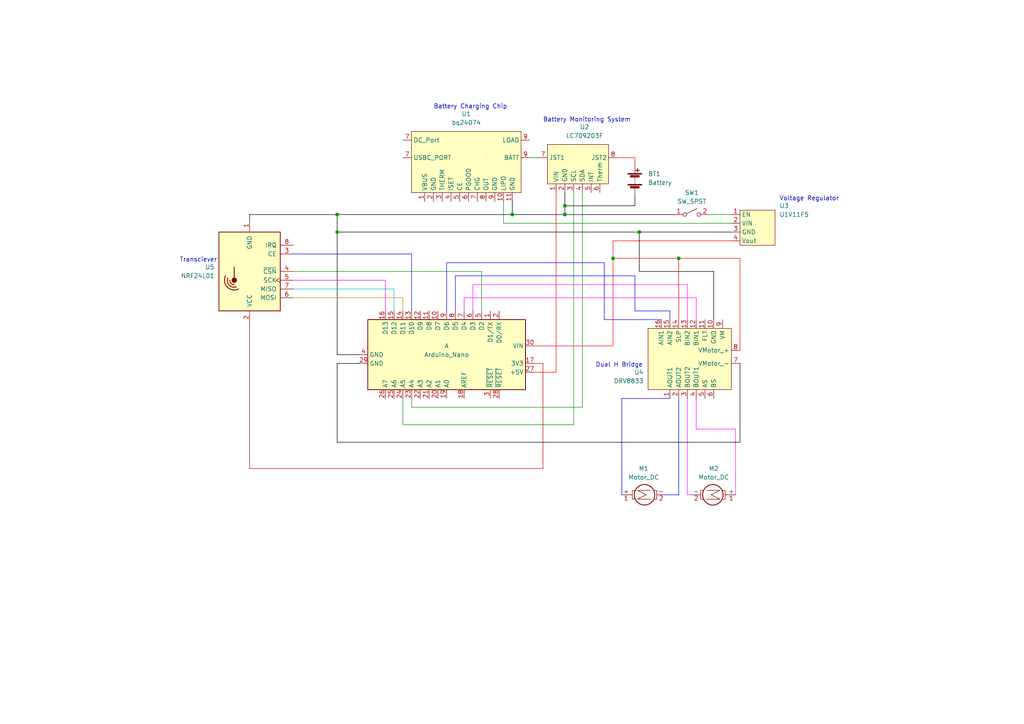
<source format=kicad_sch>
(kicad_sch (version 20211123) (generator eeschema)

  (uuid 9538e4ed-27e6-4c37-b989-9859dc0d49e8)

  (paper "A4")

  (title_block
    (title "Car Circuitry")
    (date "2022-04-25")
    (company "Senior Design Team 18")
  )

  (lib_symbols
    (symbol "Car_Circuits:DRV8833" (in_bom yes) (on_board yes)
      (property "Reference" "U" (id 0) (at 0 0 0)
        (effects (font (size 1.27 1.27)))
      )
      (property "Value" "DRV8833" (id 1) (at 29.21 -16.51 0)
        (effects (font (size 1.27 1.27)))
      )
      (property "Footprint" "" (id 2) (at 0 0 0)
        (effects (font (size 1.27 1.27)) hide)
      )
      (property "Datasheet" "" (id 3) (at 0 0 0)
        (effects (font (size 1.27 1.27)) hide)
      )
      (symbol "DRV8833_0_1"
        (rectangle (start 0 0) (end 24.13 -17.78)
          (stroke (width 0) (type default) (color 0 0 0 0))
          (fill (type background))
        )
        (rectangle (start 21.59 -7.62) (end 21.59 -7.62)
          (stroke (width 0) (type default) (color 0 0 0 0))
          (fill (type none))
        )
      )
      (symbol "DRV8833_1_1"
        (pin output line (at 6.35 -20.32 90) (length 2.54)
          (name "AOUT1" (effects (font (size 1.27 1.27))))
          (number "1" (effects (font (size 1.27 1.27))))
        )
        (pin input line (at 19.05 2.54 270) (length 2.54)
          (name "GND" (effects (font (size 1.27 1.27))))
          (number "10" (effects (font (size 1.27 1.27))))
        )
        (pin input line (at 16.51 2.54 270) (length 2.54)
          (name "FLT" (effects (font (size 1.27 1.27))))
          (number "11" (effects (font (size 1.27 1.27))))
        )
        (pin input line (at 13.97 2.54 270) (length 2.54)
          (name "BIN1" (effects (font (size 1.27 1.27))))
          (number "12" (effects (font (size 1.27 1.27))))
        )
        (pin input line (at 11.43 2.54 270) (length 2.54)
          (name "BIN2" (effects (font (size 1.27 1.27))))
          (number "13" (effects (font (size 1.27 1.27))))
        )
        (pin input line (at 8.89 2.54 270) (length 2.54)
          (name "SLP" (effects (font (size 1.27 1.27))))
          (number "14" (effects (font (size 1.27 1.27))))
        )
        (pin input line (at 6.35 2.54 270) (length 2.54)
          (name "AIN2" (effects (font (size 1.27 1.27))))
          (number "15" (effects (font (size 1.27 1.27))))
        )
        (pin input line (at 3.81 2.54 270) (length 2.54)
          (name "AIN1" (effects (font (size 1.27 1.27))))
          (number "16" (effects (font (size 1.27 1.27))))
        )
        (pin output line (at 8.89 -20.32 90) (length 2.54)
          (name "AOUT2" (effects (font (size 1.27 1.27))))
          (number "2" (effects (font (size 1.27 1.27))))
        )
        (pin output line (at 11.43 -20.32 90) (length 2.54)
          (name "BOUT2" (effects (font (size 1.27 1.27))))
          (number "3" (effects (font (size 1.27 1.27))))
        )
        (pin output line (at 13.97 -20.32 90) (length 2.54)
          (name "BOUT1" (effects (font (size 1.27 1.27))))
          (number "4" (effects (font (size 1.27 1.27))))
        )
        (pin input line (at 16.51 -20.32 90) (length 2.54)
          (name "AS" (effects (font (size 1.27 1.27))))
          (number "5" (effects (font (size 1.27 1.27))))
        )
        (pin input line (at 19.05 -20.32 90) (length 2.54)
          (name "BS" (effects (font (size 1.27 1.27))))
          (number "6" (effects (font (size 1.27 1.27))))
        )
        (pin output line (at 26.67 -10.16 180) (length 2.54)
          (name "VMotor_-" (effects (font (size 1.27 1.27))))
          (number "7" (effects (font (size 1.27 1.27))))
        )
        (pin output line (at 26.67 -6.35 180) (length 2.54)
          (name "VMotor_+" (effects (font (size 1.27 1.27))))
          (number "8" (effects (font (size 1.27 1.27))))
        )
        (pin input line (at 21.59 2.54 270) (length 2.54)
          (name "VM" (effects (font (size 1.27 1.27))))
          (number "9" (effects (font (size 1.27 1.27))))
        )
      )
    )
    (symbol "Car_Circuits:LC709203F" (in_bom yes) (on_board yes)
      (property "Reference" "U" (id 0) (at 0 0 0)
        (effects (font (size 1.27 1.27)))
      )
      (property "Value" "LC709203F" (id 1) (at 11.43 1.27 0)
        (effects (font (size 1.27 1.27)))
      )
      (property "Footprint" "" (id 2) (at 0 0 0)
        (effects (font (size 1.27 1.27)) hide)
      )
      (property "Datasheet" "" (id 3) (at 0 0 0)
        (effects (font (size 1.27 1.27)) hide)
      )
      (symbol "LC709203F_0_1"
        (rectangle (start 0 0) (end 17.78 -11.43)
          (stroke (width 0) (type default) (color 0 0 0 0))
          (fill (type background))
        )
        (rectangle (start 21.59 -3.81) (end 21.59 -3.81)
          (stroke (width 0) (type default) (color 0 0 0 0))
          (fill (type none))
        )
      )
      (symbol "LC709203F_1_1"
        (pin input line (at 2.54 -13.97 90) (length 2.54)
          (name "VIN" (effects (font (size 1.27 1.27))))
          (number "1" (effects (font (size 1.27 1.27))))
        )
        (pin input line (at 5.08 -13.97 90) (length 2.54)
          (name "GND" (effects (font (size 1.27 1.27))))
          (number "2" (effects (font (size 1.27 1.27))))
        )
        (pin output line (at 7.62 -13.97 90) (length 2.54)
          (name "SCL" (effects (font (size 1.27 1.27))))
          (number "3" (effects (font (size 1.27 1.27))))
        )
        (pin output line (at 10.16 -13.97 90) (length 2.54)
          (name "SDA" (effects (font (size 1.27 1.27))))
          (number "4" (effects (font (size 1.27 1.27))))
        )
        (pin input line (at 12.7 -13.97 90) (length 2.54)
          (name "INT" (effects (font (size 1.27 1.27))))
          (number "5" (effects (font (size 1.27 1.27))))
        )
        (pin input line (at 15.24 -13.97 90) (length 2.54)
          (name "Therm" (effects (font (size 1.27 1.27))))
          (number "6" (effects (font (size 1.27 1.27))))
        )
        (pin input line (at -2.54 -3.81 0) (length 2.54)
          (name "JST1" (effects (font (size 1.27 1.27))))
          (number "7" (effects (font (size 1.27 1.27))))
        )
        (pin input line (at 20.32 -3.81 180) (length 2.54)
          (name "JST2" (effects (font (size 1.27 1.27))))
          (number "8" (effects (font (size 1.27 1.27))))
        )
      )
    )
    (symbol "Car_Circuits:U1V11F5" (in_bom yes) (on_board yes)
      (property "Reference" "U" (id 0) (at 0 0 0)
        (effects (font (size 1.27 1.27)))
      )
      (property "Value" "U1V11F5" (id 1) (at 5.08 1.27 0)
        (effects (font (size 1.27 1.27)))
      )
      (property "Footprint" "" (id 2) (at 0 0 0)
        (effects (font (size 1.27 1.27)) hide)
      )
      (property "Datasheet" "" (id 3) (at 0 0 0)
        (effects (font (size 1.27 1.27)) hide)
      )
      (symbol "U1V11F5_0_1"
        (rectangle (start 0 0) (end 10.16 -10.16)
          (stroke (width 0) (type default) (color 0 0 0 0))
          (fill (type background))
        )
      )
      (symbol "U1V11F5_1_1"
        (pin input line (at 1.27 -12.7 90) (length 2.54)
          (name "EN" (effects (font (size 1.27 1.27))))
          (number "1" (effects (font (size 1.27 1.27))))
        )
        (pin input line (at 3.81 -12.7 90) (length 2.54)
          (name "VIN" (effects (font (size 1.27 1.27))))
          (number "2" (effects (font (size 1.27 1.27))))
        )
        (pin passive line (at 6.35 -12.7 90) (length 2.54)
          (name "GND" (effects (font (size 1.27 1.27))))
          (number "3" (effects (font (size 1.27 1.27))))
        )
        (pin output line (at 8.89 -12.7 90) (length 2.54)
          (name "Vout" (effects (font (size 1.27 1.27))))
          (number "4" (effects (font (size 1.27 1.27))))
        )
      )
    )
    (symbol "Car_Circuits:bq24074" (in_bom yes) (on_board yes)
      (property "Reference" "U" (id 0) (at 0 0 0)
        (effects (font (size 1.27 1.27)))
      )
      (property "Value" "bq24074" (id 1) (at 15.24 1.27 0)
        (effects (font (size 1.27 1.27)))
      )
      (property "Footprint" "" (id 2) (at 0 0 0)
        (effects (font (size 1.27 1.27)) hide)
      )
      (property "Datasheet" "" (id 3) (at 0 0 0)
        (effects (font (size 1.27 1.27)) hide)
      )
      (symbol "bq24074_0_1"
        (rectangle (start 0 0) (end 31.75 -17.78)
          (stroke (width 0) (type default) (color 0 0 0 0))
          (fill (type background))
        )
        (rectangle (start 21.59 -7.62) (end 21.59 -7.62)
          (stroke (width 0) (type default) (color 0 0 0 0))
          (fill (type none))
        )
      )
      (symbol "bq24074_1_1"
        (pin input line (at 3.81 -20.32 90) (length 2.54)
          (name "VBUS" (effects (font (size 1.27 1.27))))
          (number "1" (effects (font (size 1.27 1.27))))
        )
        (pin output line (at 26.67 -20.32 90) (length 2.54)
          (name "LIPO" (effects (font (size 1.27 1.27))))
          (number "10" (effects (font (size 1.27 1.27))))
        )
        (pin input line (at 29.21 -20.32 90) (length 2.54)
          (name "GND" (effects (font (size 1.27 1.27))))
          (number "11" (effects (font (size 1.27 1.27))))
        )
        (pin input line (at 6.35 -20.32 90) (length 2.54)
          (name "GND" (effects (font (size 1.27 1.27))))
          (number "2" (effects (font (size 1.27 1.27))))
        )
        (pin output line (at 8.89 -20.32 90) (length 2.54)
          (name "THERM" (effects (font (size 1.27 1.27))))
          (number "3" (effects (font (size 1.27 1.27))))
        )
        (pin output line (at 11.43 -20.32 90) (length 2.54)
          (name "ISET" (effects (font (size 1.27 1.27))))
          (number "4" (effects (font (size 1.27 1.27))))
        )
        (pin input line (at 13.97 -20.32 90) (length 2.54)
          (name "CE" (effects (font (size 1.27 1.27))))
          (number "5" (effects (font (size 1.27 1.27))))
        )
        (pin input line (at 16.51 -20.32 90) (length 2.54)
          (name "PGOOD" (effects (font (size 1.27 1.27))))
          (number "6" (effects (font (size 1.27 1.27))))
        )
        (pin input line (at 19.05 -20.32 90) (length 2.54)
          (name "CHG" (effects (font (size 1.27 1.27))))
          (number "7" (effects (font (size 1.27 1.27))))
        )
        (pin input line (at -2.54 -2.54 0) (length 2.54)
          (name "DC_Port" (effects (font (size 1.27 1.27))))
          (number "7" (effects (font (size 1.27 1.27))))
        )
        (pin input line (at -2.54 -7.62 0) (length 2.54)
          (name "USBC_PORT" (effects (font (size 1.27 1.27))))
          (number "7" (effects (font (size 1.27 1.27))))
        )
        (pin input line (at 21.59 -20.32 90) (length 2.54)
          (name "OUT" (effects (font (size 1.27 1.27))))
          (number "8" (effects (font (size 1.27 1.27))))
        )
        (pin output line (at 34.29 -7.62 180) (length 2.54)
          (name "BATT" (effects (font (size 1.27 1.27))))
          (number "9" (effects (font (size 1.27 1.27))))
        )
        (pin output line (at 24.13 -20.32 90) (length 2.54)
          (name "GND" (effects (font (size 1.27 1.27))))
          (number "9" (effects (font (size 1.27 1.27))))
        )
        (pin output line (at 34.29 -2.54 180) (length 2.54)
          (name "LOAD" (effects (font (size 1.27 1.27))))
          (number "9" (effects (font (size 1.27 1.27))))
        )
      )
    )
    (symbol "Device:Battery" (pin_numbers hide) (pin_names (offset 0) hide) (in_bom yes) (on_board yes)
      (property "Reference" "BT" (id 0) (at 2.54 2.54 0)
        (effects (font (size 1.27 1.27)) (justify left))
      )
      (property "Value" "Battery" (id 1) (at 2.54 0 0)
        (effects (font (size 1.27 1.27)) (justify left))
      )
      (property "Footprint" "" (id 2) (at 0 1.524 90)
        (effects (font (size 1.27 1.27)) hide)
      )
      (property "Datasheet" "~" (id 3) (at 0 1.524 90)
        (effects (font (size 1.27 1.27)) hide)
      )
      (property "ki_keywords" "batt voltage-source cell" (id 4) (at 0 0 0)
        (effects (font (size 1.27 1.27)) hide)
      )
      (property "ki_description" "Multiple-cell battery" (id 5) (at 0 0 0)
        (effects (font (size 1.27 1.27)) hide)
      )
      (symbol "Battery_0_1"
        (rectangle (start -2.032 -1.397) (end 2.032 -1.651)
          (stroke (width 0) (type default) (color 0 0 0 0))
          (fill (type outline))
        )
        (rectangle (start -2.032 1.778) (end 2.032 1.524)
          (stroke (width 0) (type default) (color 0 0 0 0))
          (fill (type outline))
        )
        (rectangle (start -1.3208 -1.9812) (end 1.27 -2.4892)
          (stroke (width 0) (type default) (color 0 0 0 0))
          (fill (type outline))
        )
        (rectangle (start -1.3208 1.1938) (end 1.27 0.6858)
          (stroke (width 0) (type default) (color 0 0 0 0))
          (fill (type outline))
        )
        (polyline
          (pts
            (xy 0 -1.524)
            (xy 0 -1.27)
          )
          (stroke (width 0) (type default) (color 0 0 0 0))
          (fill (type none))
        )
        (polyline
          (pts
            (xy 0 -1.016)
            (xy 0 -0.762)
          )
          (stroke (width 0) (type default) (color 0 0 0 0))
          (fill (type none))
        )
        (polyline
          (pts
            (xy 0 -0.508)
            (xy 0 -0.254)
          )
          (stroke (width 0) (type default) (color 0 0 0 0))
          (fill (type none))
        )
        (polyline
          (pts
            (xy 0 0)
            (xy 0 0.254)
          )
          (stroke (width 0) (type default) (color 0 0 0 0))
          (fill (type none))
        )
        (polyline
          (pts
            (xy 0 0.508)
            (xy 0 0.762)
          )
          (stroke (width 0) (type default) (color 0 0 0 0))
          (fill (type none))
        )
        (polyline
          (pts
            (xy 0 1.778)
            (xy 0 2.54)
          )
          (stroke (width 0) (type default) (color 0 0 0 0))
          (fill (type none))
        )
        (polyline
          (pts
            (xy 0.254 2.667)
            (xy 1.27 2.667)
          )
          (stroke (width 0.254) (type default) (color 0 0 0 0))
          (fill (type none))
        )
        (polyline
          (pts
            (xy 0.762 3.175)
            (xy 0.762 2.159)
          )
          (stroke (width 0.254) (type default) (color 0 0 0 0))
          (fill (type none))
        )
      )
      (symbol "Battery_1_1"
        (pin passive line (at 0 5.08 270) (length 2.54)
          (name "+" (effects (font (size 1.27 1.27))))
          (number "1" (effects (font (size 1.27 1.27))))
        )
        (pin passive line (at 0 -5.08 90) (length 2.54)
          (name "-" (effects (font (size 1.27 1.27))))
          (number "2" (effects (font (size 1.27 1.27))))
        )
      )
    )
    (symbol "MCU_Module:Arduino_Nano_v3.x" (in_bom yes) (on_board yes)
      (property "Reference" "A" (id 0) (at -10.16 23.495 0)
        (effects (font (size 1.27 1.27)) (justify left bottom))
      )
      (property "Value" "Arduino_Nano_v3.x" (id 1) (at 5.08 -24.13 0)
        (effects (font (size 1.27 1.27)) (justify left top))
      )
      (property "Footprint" "Module:Arduino_Nano" (id 2) (at 0 0 0)
        (effects (font (size 1.27 1.27) italic) hide)
      )
      (property "Datasheet" "http://www.mouser.com/pdfdocs/Gravitech_Arduino_Nano3_0.pdf" (id 3) (at 0 0 0)
        (effects (font (size 1.27 1.27)) hide)
      )
      (property "ki_keywords" "Arduino nano microcontroller module USB" (id 4) (at 0 0 0)
        (effects (font (size 1.27 1.27)) hide)
      )
      (property "ki_description" "Arduino Nano v3.x" (id 5) (at 0 0 0)
        (effects (font (size 1.27 1.27)) hide)
      )
      (property "ki_fp_filters" "Arduino*Nano*" (id 6) (at 0 0 0)
        (effects (font (size 1.27 1.27)) hide)
      )
      (symbol "Arduino_Nano_v3.x_0_1"
        (rectangle (start -10.16 22.86) (end 10.16 -22.86)
          (stroke (width 0.254) (type default) (color 0 0 0 0))
          (fill (type background))
        )
      )
      (symbol "Arduino_Nano_v3.x_1_1"
        (pin bidirectional line (at -12.7 12.7 0) (length 2.54)
          (name "D1/TX" (effects (font (size 1.27 1.27))))
          (number "1" (effects (font (size 1.27 1.27))))
        )
        (pin bidirectional line (at -12.7 -2.54 0) (length 2.54)
          (name "D7" (effects (font (size 1.27 1.27))))
          (number "10" (effects (font (size 1.27 1.27))))
        )
        (pin bidirectional line (at -12.7 -5.08 0) (length 2.54)
          (name "D8" (effects (font (size 1.27 1.27))))
          (number "11" (effects (font (size 1.27 1.27))))
        )
        (pin bidirectional line (at -12.7 -7.62 0) (length 2.54)
          (name "D9" (effects (font (size 1.27 1.27))))
          (number "12" (effects (font (size 1.27 1.27))))
        )
        (pin bidirectional line (at -12.7 -10.16 0) (length 2.54)
          (name "D10" (effects (font (size 1.27 1.27))))
          (number "13" (effects (font (size 1.27 1.27))))
        )
        (pin bidirectional line (at -12.7 -12.7 0) (length 2.54)
          (name "D11" (effects (font (size 1.27 1.27))))
          (number "14" (effects (font (size 1.27 1.27))))
        )
        (pin bidirectional line (at -12.7 -15.24 0) (length 2.54)
          (name "D12" (effects (font (size 1.27 1.27))))
          (number "15" (effects (font (size 1.27 1.27))))
        )
        (pin bidirectional line (at -12.7 -17.78 0) (length 2.54)
          (name "D13" (effects (font (size 1.27 1.27))))
          (number "16" (effects (font (size 1.27 1.27))))
        )
        (pin power_out line (at 2.54 25.4 270) (length 2.54)
          (name "3V3" (effects (font (size 1.27 1.27))))
          (number "17" (effects (font (size 1.27 1.27))))
        )
        (pin input line (at 12.7 5.08 180) (length 2.54)
          (name "AREF" (effects (font (size 1.27 1.27))))
          (number "18" (effects (font (size 1.27 1.27))))
        )
        (pin bidirectional line (at 12.7 0 180) (length 2.54)
          (name "A0" (effects (font (size 1.27 1.27))))
          (number "19" (effects (font (size 1.27 1.27))))
        )
        (pin bidirectional line (at -12.7 15.24 0) (length 2.54)
          (name "D0/RX" (effects (font (size 1.27 1.27))))
          (number "2" (effects (font (size 1.27 1.27))))
        )
        (pin bidirectional line (at 12.7 -2.54 180) (length 2.54)
          (name "A1" (effects (font (size 1.27 1.27))))
          (number "20" (effects (font (size 1.27 1.27))))
        )
        (pin bidirectional line (at 12.7 -5.08 180) (length 2.54)
          (name "A2" (effects (font (size 1.27 1.27))))
          (number "21" (effects (font (size 1.27 1.27))))
        )
        (pin bidirectional line (at 12.7 -7.62 180) (length 2.54)
          (name "A3" (effects (font (size 1.27 1.27))))
          (number "22" (effects (font (size 1.27 1.27))))
        )
        (pin bidirectional line (at 12.7 -10.16 180) (length 2.54)
          (name "A4" (effects (font (size 1.27 1.27))))
          (number "23" (effects (font (size 1.27 1.27))))
        )
        (pin bidirectional line (at 12.7 -12.7 180) (length 2.54)
          (name "A5" (effects (font (size 1.27 1.27))))
          (number "24" (effects (font (size 1.27 1.27))))
        )
        (pin bidirectional line (at 12.7 -15.24 180) (length 2.54)
          (name "A6" (effects (font (size 1.27 1.27))))
          (number "25" (effects (font (size 1.27 1.27))))
        )
        (pin bidirectional line (at 12.7 -17.78 180) (length 2.54)
          (name "A7" (effects (font (size 1.27 1.27))))
          (number "26" (effects (font (size 1.27 1.27))))
        )
        (pin power_out line (at 5.08 25.4 270) (length 2.54)
          (name "+5V" (effects (font (size 1.27 1.27))))
          (number "27" (effects (font (size 1.27 1.27))))
        )
        (pin input line (at 12.7 15.24 180) (length 2.54)
          (name "~{RESET}" (effects (font (size 1.27 1.27))))
          (number "28" (effects (font (size 1.27 1.27))))
        )
        (pin power_in line (at 2.54 -25.4 90) (length 2.54)
          (name "GND" (effects (font (size 1.27 1.27))))
          (number "29" (effects (font (size 1.27 1.27))))
        )
        (pin input line (at 12.7 12.7 180) (length 2.54)
          (name "~{RESET}" (effects (font (size 1.27 1.27))))
          (number "3" (effects (font (size 1.27 1.27))))
        )
        (pin power_in line (at -2.54 25.4 270) (length 2.54)
          (name "VIN" (effects (font (size 1.27 1.27))))
          (number "30" (effects (font (size 1.27 1.27))))
        )
        (pin power_in line (at 0 -25.4 90) (length 2.54)
          (name "GND" (effects (font (size 1.27 1.27))))
          (number "4" (effects (font (size 1.27 1.27))))
        )
        (pin bidirectional line (at -12.7 10.16 0) (length 2.54)
          (name "D2" (effects (font (size 1.27 1.27))))
          (number "5" (effects (font (size 1.27 1.27))))
        )
        (pin bidirectional line (at -12.7 7.62 0) (length 2.54)
          (name "D3" (effects (font (size 1.27 1.27))))
          (number "6" (effects (font (size 1.27 1.27))))
        )
        (pin bidirectional line (at -12.7 5.08 0) (length 2.54)
          (name "D4" (effects (font (size 1.27 1.27))))
          (number "7" (effects (font (size 1.27 1.27))))
        )
        (pin bidirectional line (at -12.7 2.54 0) (length 2.54)
          (name "D5" (effects (font (size 1.27 1.27))))
          (number "8" (effects (font (size 1.27 1.27))))
        )
        (pin bidirectional line (at -12.7 0 0) (length 2.54)
          (name "D6" (effects (font (size 1.27 1.27))))
          (number "9" (effects (font (size 1.27 1.27))))
        )
      )
    )
    (symbol "Motor:Motor_DC_ALT" (pin_names (offset 0)) (in_bom yes) (on_board yes)
      (property "Reference" "M" (id 0) (at 2.54 2.54 0)
        (effects (font (size 1.27 1.27)) (justify left))
      )
      (property "Value" "Motor_DC_ALT" (id 1) (at 2.54 -5.08 0)
        (effects (font (size 1.27 1.27)) (justify left top))
      )
      (property "Footprint" "" (id 2) (at 0 -2.286 0)
        (effects (font (size 1.27 1.27)) hide)
      )
      (property "Datasheet" "~" (id 3) (at 0 -2.286 0)
        (effects (font (size 1.27 1.27)) hide)
      )
      (property "ki_keywords" "DC Motor" (id 4) (at 0 0 0)
        (effects (font (size 1.27 1.27)) hide)
      )
      (property "ki_description" "DC Motor, alternative symbol" (id 5) (at 0 0 0)
        (effects (font (size 1.27 1.27)) hide)
      )
      (property "ki_fp_filters" "PinHeader*P2.54mm* TerminalBlock*" (id 6) (at 0 0 0)
        (effects (font (size 1.27 1.27)) hide)
      )
      (symbol "Motor_DC_ALT_0_0"
        (circle (center 0 -1.524) (radius 2.9718)
          (stroke (width 0.254) (type default) (color 0 0 0 0))
          (fill (type none))
        )
        (polyline
          (pts
            (xy -1.27 -4.318)
            (xy -1.27 -5.08)
            (xy 1.27 -5.08)
            (xy 1.27 -4.318)
          )
          (stroke (width 0) (type default) (color 0 0 0 0))
          (fill (type none))
        )
        (polyline
          (pts
            (xy -1.27 1.27)
            (xy -1.27 2.032)
            (xy 1.27 2.032)
            (xy 1.27 1.27)
          )
          (stroke (width 0) (type default) (color 0 0 0 0))
          (fill (type none))
        )
        (polyline
          (pts
            (xy -1.27 -3.302)
            (xy -1.27 0.508)
            (xy 0 -2.032)
            (xy 1.27 0.508)
            (xy 1.27 -3.302)
          )
          (stroke (width 0) (type default) (color 0 0 0 0))
          (fill (type none))
        )
      )
      (symbol "Motor_DC_ALT_0_1"
        (polyline
          (pts
            (xy 0 2.032)
            (xy 0 2.54)
          )
          (stroke (width 0) (type default) (color 0 0 0 0))
          (fill (type none))
        )
      )
      (symbol "Motor_DC_ALT_1_1"
        (pin passive line (at 0 5.08 270) (length 2.54)
          (name "+" (effects (font (size 1.27 1.27))))
          (number "1" (effects (font (size 1.27 1.27))))
        )
        (pin passive line (at 0 -7.62 90) (length 2.54)
          (name "-" (effects (font (size 1.27 1.27))))
          (number "2" (effects (font (size 1.27 1.27))))
        )
      )
    )
    (symbol "RF:NRF24L01_Breakout" (pin_names (offset 1.016)) (in_bom yes) (on_board yes)
      (property "Reference" "U" (id 0) (at -8.89 12.7 0)
        (effects (font (size 1.27 1.27)) (justify left))
      )
      (property "Value" "NRF24L01_Breakout" (id 1) (at 3.81 12.7 0)
        (effects (font (size 1.27 1.27)) (justify left))
      )
      (property "Footprint" "RF_Module:nRF24L01_Breakout" (id 2) (at 3.81 15.24 0)
        (effects (font (size 1.27 1.27) italic) (justify left) hide)
      )
      (property "Datasheet" "http://www.nordicsemi.com/eng/content/download/2730/34105/file/nRF24L01_Product_Specification_v2_0.pdf" (id 3) (at 0 -2.54 0)
        (effects (font (size 1.27 1.27)) hide)
      )
      (property "ki_keywords" "Low Power RF Transciever breakout carrier" (id 4) (at 0 0 0)
        (effects (font (size 1.27 1.27)) hide)
      )
      (property "ki_description" "Ultra low power 2.4GHz RF Transceiver, Carrier PCB" (id 5) (at 0 0 0)
        (effects (font (size 1.27 1.27)) hide)
      )
      (property "ki_fp_filters" "nRF24L01*Breakout*" (id 6) (at 0 0 0)
        (effects (font (size 1.27 1.27)) hide)
      )
      (symbol "NRF24L01_Breakout_0_1"
        (rectangle (start -8.89 11.43) (end 8.89 -11.43)
          (stroke (width 0.254) (type default) (color 0 0 0 0))
          (fill (type background))
        )
        (polyline
          (pts
            (xy 4.445 1.905)
            (xy 4.445 -1.27)
          )
          (stroke (width 0.254) (type default) (color 0 0 0 0))
          (fill (type none))
        )
        (circle (center 4.445 2.54) (radius 0.635)
          (stroke (width 0.254) (type default) (color 0 0 0 0))
          (fill (type outline))
        )
        (arc (start 5.715 2.54) (mid 5.3521 3.4546) (end 4.445 3.81)
          (stroke (width 0.254) (type default) (color 0 0 0 0))
          (fill (type none))
        )
        (arc (start 6.35 1.905) (mid 5.8763 3.9854) (end 3.81 4.445)
          (stroke (width 0.254) (type default) (color 0 0 0 0))
          (fill (type none))
        )
        (arc (start 6.985 1.27) (mid 6.453 4.548) (end 3.175 5.08)
          (stroke (width 0.254) (type default) (color 0 0 0 0))
          (fill (type none))
        )
      )
      (symbol "NRF24L01_Breakout_1_1"
        (pin power_in line (at 0 -15.24 90) (length 3.81)
          (name "GND" (effects (font (size 1.27 1.27))))
          (number "1" (effects (font (size 1.27 1.27))))
        )
        (pin power_in line (at 0 15.24 270) (length 3.81)
          (name "VCC" (effects (font (size 1.27 1.27))))
          (number "2" (effects (font (size 1.27 1.27))))
        )
        (pin input line (at -12.7 -5.08 0) (length 3.81)
          (name "CE" (effects (font (size 1.27 1.27))))
          (number "3" (effects (font (size 1.27 1.27))))
        )
        (pin input line (at -12.7 0 0) (length 3.81)
          (name "~{CSN}" (effects (font (size 1.27 1.27))))
          (number "4" (effects (font (size 1.27 1.27))))
        )
        (pin input clock (at -12.7 2.54 0) (length 3.81)
          (name "SCK" (effects (font (size 1.27 1.27))))
          (number "5" (effects (font (size 1.27 1.27))))
        )
        (pin input line (at -12.7 7.62 0) (length 3.81)
          (name "MOSI" (effects (font (size 1.27 1.27))))
          (number "6" (effects (font (size 1.27 1.27))))
        )
        (pin output line (at -12.7 5.08 0) (length 3.81)
          (name "MISO" (effects (font (size 1.27 1.27))))
          (number "7" (effects (font (size 1.27 1.27))))
        )
        (pin output line (at -12.7 -7.62 0) (length 3.81)
          (name "IRQ" (effects (font (size 1.27 1.27))))
          (number "8" (effects (font (size 1.27 1.27))))
        )
      )
    )
    (symbol "Switch:SW_SPST" (pin_names (offset 0) hide) (in_bom yes) (on_board yes)
      (property "Reference" "SW" (id 0) (at 0 3.175 0)
        (effects (font (size 1.27 1.27)))
      )
      (property "Value" "SW_SPST" (id 1) (at 0 -2.54 0)
        (effects (font (size 1.27 1.27)))
      )
      (property "Footprint" "" (id 2) (at 0 0 0)
        (effects (font (size 1.27 1.27)) hide)
      )
      (property "Datasheet" "~" (id 3) (at 0 0 0)
        (effects (font (size 1.27 1.27)) hide)
      )
      (property "ki_keywords" "switch lever" (id 4) (at 0 0 0)
        (effects (font (size 1.27 1.27)) hide)
      )
      (property "ki_description" "Single Pole Single Throw (SPST) switch" (id 5) (at 0 0 0)
        (effects (font (size 1.27 1.27)) hide)
      )
      (symbol "SW_SPST_0_0"
        (circle (center -2.032 0) (radius 0.508)
          (stroke (width 0) (type default) (color 0 0 0 0))
          (fill (type none))
        )
        (polyline
          (pts
            (xy -1.524 0.254)
            (xy 1.524 1.778)
          )
          (stroke (width 0) (type default) (color 0 0 0 0))
          (fill (type none))
        )
        (circle (center 2.032 0) (radius 0.508)
          (stroke (width 0) (type default) (color 0 0 0 0))
          (fill (type none))
        )
      )
      (symbol "SW_SPST_1_1"
        (pin passive line (at -5.08 0 0) (length 2.54)
          (name "A" (effects (font (size 1.27 1.27))))
          (number "1" (effects (font (size 1.27 1.27))))
        )
        (pin passive line (at 5.08 0 180) (length 2.54)
          (name "B" (effects (font (size 1.27 1.27))))
          (number "2" (effects (font (size 1.27 1.27))))
        )
      )
    )
  )

  (junction (at 97.79 67.31) (diameter 0) (color 0 0 0 0)
    (uuid 0af76e27-3b94-4336-9d44-56555d6b197d)
  )
  (junction (at 163.83 62.23) (diameter 0) (color 0 0 0 0)
    (uuid 1d84aef6-bd25-42d1-84b1-607fd1ba407a)
  )
  (junction (at 97.79 62.23) (diameter 0) (color 0 0 0 0)
    (uuid 27f7e1c9-7046-4e53-8d23-e34b559da5c3)
  )
  (junction (at 163.83 59.69) (diameter 0) (color 0 0 0 0)
    (uuid 53f56889-d022-43dd-970f-8015285e6dfa)
  )
  (junction (at 177.8 74.93) (diameter 0) (color 0 0 0 0)
    (uuid c3546e01-99e6-4a39-851d-be2b37d2bb3b)
  )
  (junction (at 185.42 67.31) (diameter 0) (color 0 0 0 0)
    (uuid c3e197bc-dd4b-4d47-96f0-3f92271557e2)
  )
  (junction (at 196.85 74.93) (diameter 0) (color 0 0 0 0)
    (uuid d3a9715a-e82c-41f3-abde-08a52e9d071e)
  )
  (junction (at 148.59 62.23) (diameter 0) (color 0 0 0 0)
    (uuid df695cc6-e3ed-4d2a-b061-c906c5dfedfa)
  )

  (wire (pts (xy 166.37 123.19) (xy 116.84 123.19))
    (stroke (width 0) (type default) (color 0 0 0 0))
    (uuid 124be749-19cc-426e-8a08-4f2774253872)
  )
  (wire (pts (xy 184.15 80.01) (xy 184.15 90.17))
    (stroke (width 0) (type default) (color 0 0 255 1))
    (uuid 17de034c-bee2-423d-b383-53e56e718bf0)
  )
  (wire (pts (xy 139.7 78.74) (xy 139.7 90.17))
    (stroke (width 0) (type default) (color 0 0 0 0))
    (uuid 1d3d8e66-ef08-4709-96dd-791c654c3b96)
  )
  (wire (pts (xy 193.04 143.51) (xy 196.85 143.51))
    (stroke (width 0) (type default) (color 0 0 255 1))
    (uuid 22adf716-2e00-48b4-8bae-172417c088ec)
  )
  (wire (pts (xy 72.39 63.5) (xy 72.39 62.23))
    (stroke (width 0) (type default) (color 0 0 0 1))
    (uuid 24b173d1-c6c9-4fd1-b4f9-de29a63293fa)
  )
  (wire (pts (xy 97.79 62.23) (xy 97.79 67.31))
    (stroke (width 0) (type default) (color 0 0 0 1))
    (uuid 253a7ac4-c33e-4ce0-8354-edb0880d7ed4)
  )
  (wire (pts (xy 205.74 62.23) (xy 212.09 62.23))
    (stroke (width 0) (type default) (color 0 0 0 0))
    (uuid 25d0dd93-062c-46b8-9139-080f38a74198)
  )
  (wire (pts (xy 97.79 128.27) (xy 214.63 128.27))
    (stroke (width 0) (type default) (color 0 0 0 1))
    (uuid 28138b49-7919-4ebd-ae2c-dde208627a3c)
  )
  (wire (pts (xy 177.8 69.85) (xy 177.8 74.93))
    (stroke (width 0) (type default) (color 255 0 0 1))
    (uuid 2cd21480-5af3-43f5-9bfe-8c3d9cc14191)
  )
  (wire (pts (xy 114.3 90.17) (xy 114.3 83.82))
    (stroke (width 0) (type default) (color 0 194 194 1))
    (uuid 2e6a0948-f205-4dd1-8630-35f493cfc24b)
  )
  (wire (pts (xy 161.29 107.95) (xy 154.94 107.95))
    (stroke (width 0) (type default) (color 255 0 0 1))
    (uuid 2e9e45a6-4130-47b6-8ed6-d84fbf5cda11)
  )
  (wire (pts (xy 116.84 86.36) (xy 116.84 90.17))
    (stroke (width 0) (type default) (color 221 133 0 1))
    (uuid 36ef47c3-c9cf-420f-9ab5-018880b3cfe6)
  )
  (wire (pts (xy 201.93 115.57) (xy 201.93 124.46))
    (stroke (width 0) (type default) (color 255 0 255 1))
    (uuid 37b906e0-23fb-4f8d-b3c5-4d7ee5f2e219)
  )
  (wire (pts (xy 119.38 118.11) (xy 119.38 115.57))
    (stroke (width 0) (type default) (color 0 0 0 0))
    (uuid 3e3cb8c3-50fc-4344-8338-0e8552189d0f)
  )
  (wire (pts (xy 163.83 62.23) (xy 148.59 62.23))
    (stroke (width 0) (type default) (color 0 0 0 1))
    (uuid 462580aa-fb2d-40fc-bfcf-a19a5d193f2d)
  )
  (wire (pts (xy 194.31 90.17) (xy 194.31 92.71))
    (stroke (width 0) (type default) (color 0 0 255 1))
    (uuid 472cb6ff-48c2-4588-8c2d-8e77084082c0)
  )
  (wire (pts (xy 97.79 105.41) (xy 97.79 128.27))
    (stroke (width 0) (type default) (color 0 0 0 1))
    (uuid 47e6af89-b4ee-46be-9d65-62162264431b)
  )
  (wire (pts (xy 163.83 59.69) (xy 163.83 62.23))
    (stroke (width 0) (type default) (color 0 0 0 1))
    (uuid 484074e1-9c28-49e6-a2d2-f1f8430ef04a)
  )
  (wire (pts (xy 175.26 92.71) (xy 175.26 76.2))
    (stroke (width 0) (type default) (color 0 0 255 1))
    (uuid 4ced55ca-7dbd-4769-b59d-e902b8d19a52)
  )
  (wire (pts (xy 72.39 135.89) (xy 157.48 135.89))
    (stroke (width 0) (type default) (color 194 0 0 1))
    (uuid 4f74124e-4393-4862-ba4a-fb92431b6cc6)
  )
  (wire (pts (xy 201.93 124.46) (xy 213.36 124.46))
    (stroke (width 0) (type default) (color 255 0 255 1))
    (uuid 520d4980-ef1b-4202-96df-0642f1479d2d)
  )
  (wire (pts (xy 200.66 143.51) (xy 199.39 143.51))
    (stroke (width 0) (type default) (color 255 0 255 1))
    (uuid 589ef79c-0fd4-4a62-a2f6-ecc9135437fe)
  )
  (wire (pts (xy 177.8 74.93) (xy 177.8 100.33))
    (stroke (width 0) (type default) (color 255 0 0 1))
    (uuid 5a7d6276-dfc9-4514-9953-a1f243de4673)
  )
  (wire (pts (xy 146.05 58.42) (xy 146.05 64.77))
    (stroke (width 0) (type default) (color 0 0 0 0))
    (uuid 641b76e7-1d9a-4031-9629-f999024b3e05)
  )
  (wire (pts (xy 196.85 74.93) (xy 214.63 74.93))
    (stroke (width 0) (type default) (color 255 0 0 1))
    (uuid 642214ef-8869-4952-81cf-373131df011f)
  )
  (wire (pts (xy 191.77 92.71) (xy 175.26 92.71))
    (stroke (width 0) (type default) (color 0 0 255 1))
    (uuid 661e63a6-57d4-4bd6-8435-e9e47baf2ef9)
  )
  (wire (pts (xy 111.76 90.17) (xy 111.76 81.28))
    (stroke (width 0) (type default) (color 255 0 255 1))
    (uuid 665f4913-5d27-4d53-b231-257bf86b3887)
  )
  (wire (pts (xy 177.8 74.93) (xy 196.85 74.93))
    (stroke (width 0) (type default) (color 255 0 0 1))
    (uuid 676ace31-4009-4d12-8388-dcad1a20e9a8)
  )
  (wire (pts (xy 184.15 90.17) (xy 194.31 90.17))
    (stroke (width 0) (type default) (color 0 0 255 1))
    (uuid 6c9a076d-21ce-48cc-a4d7-55822e95fa95)
  )
  (wire (pts (xy 148.59 58.42) (xy 148.59 62.23))
    (stroke (width 0) (type default) (color 0 0 0 1))
    (uuid 6ee0885f-5616-40f0-b251-ffdf55a8b027)
  )
  (wire (pts (xy 199.39 115.57) (xy 199.39 143.51))
    (stroke (width 0) (type default) (color 255 0 255 1))
    (uuid 722fb921-0956-4637-b6ef-6056641b2247)
  )
  (wire (pts (xy 185.42 67.31) (xy 185.42 78.74))
    (stroke (width 0) (type default) (color 0 0 0 1))
    (uuid 737e072b-8eef-49fa-9cc8-5412ae74b435)
  )
  (wire (pts (xy 97.79 67.31) (xy 185.42 67.31))
    (stroke (width 0) (type default) (color 0 0 0 1))
    (uuid 744b8c09-5ed4-4301-a885-656b9d4e9a64)
  )
  (wire (pts (xy 85.09 86.36) (xy 116.84 86.36))
    (stroke (width 0) (type default) (color 221 133 0 1))
    (uuid 77a166b7-a806-4e4a-87d9-33bfbbb23720)
  )
  (wire (pts (xy 213.36 124.46) (xy 213.36 143.51))
    (stroke (width 0) (type default) (color 255 0 255 1))
    (uuid 7aaf7d32-bbb5-4484-9dfe-630f969b1137)
  )
  (wire (pts (xy 196.85 74.93) (xy 196.85 92.71))
    (stroke (width 0) (type default) (color 255 0 0 1))
    (uuid 7b10bfa2-f891-41c7-9c73-51a68dd5cc65)
  )
  (wire (pts (xy 116.84 123.19) (xy 116.84 115.57))
    (stroke (width 0) (type default) (color 0 0 0 0))
    (uuid 7c364006-de73-4ccb-bb31-5f41b58a9b4d)
  )
  (wire (pts (xy 132.08 90.17) (xy 132.08 80.01))
    (stroke (width 0) (type default) (color 0 0 255 1))
    (uuid 7cb8b3ff-3f9c-4033-955e-fc36f6868d2b)
  )
  (wire (pts (xy 195.58 62.23) (xy 163.83 62.23))
    (stroke (width 0) (type default) (color 0 0 0 1))
    (uuid 7cd7abaf-5a41-42d0-a02c-d339d63d332b)
  )
  (wire (pts (xy 104.14 105.41) (xy 97.79 105.41))
    (stroke (width 0) (type default) (color 0 0 0 1))
    (uuid 7de3bbf2-cba7-4860-b65f-ff577afcb001)
  )
  (wire (pts (xy 137.16 90.17) (xy 137.16 82.55))
    (stroke (width 0) (type default) (color 255 0 255 1))
    (uuid 8147b5bd-26c9-499c-bd0f-82581eb8acbc)
  )
  (wire (pts (xy 168.91 55.88) (xy 168.91 118.11))
    (stroke (width 0) (type default) (color 0 0 0 0))
    (uuid 83d7b025-e41c-4aaa-9455-59e6b84fe270)
  )
  (wire (pts (xy 134.62 86.36) (xy 201.93 86.36))
    (stroke (width 0) (type default) (color 255 0 255 1))
    (uuid 86d2adea-a062-4d19-91e5-ed0affac8199)
  )
  (wire (pts (xy 196.85 143.51) (xy 196.85 115.57))
    (stroke (width 0) (type default) (color 0 0 255 1))
    (uuid 87b4bf58-1a6a-493d-8ce5-758cdf47d2df)
  )
  (wire (pts (xy 163.83 55.88) (xy 163.83 59.69))
    (stroke (width 0) (type default) (color 0 0 0 1))
    (uuid 889c7ec4-d0df-4409-99d0-83713286a3f8)
  )
  (wire (pts (xy 177.8 100.33) (xy 154.94 100.33))
    (stroke (width 0) (type default) (color 255 0 0 1))
    (uuid 8f94e064-7ed8-479c-a208-604cc448cca8)
  )
  (wire (pts (xy 153.67 45.72) (xy 156.21 45.72))
    (stroke (width 0) (type default) (color 0 0 0 0))
    (uuid 936891eb-cc8f-4614-a7e2-1b414b6635a1)
  )
  (wire (pts (xy 134.62 90.17) (xy 134.62 86.36))
    (stroke (width 0) (type default) (color 255 0 255 1))
    (uuid 93dc74e4-1fd0-4653-81b5-57c0eaf28c1e)
  )
  (wire (pts (xy 168.91 118.11) (xy 119.38 118.11))
    (stroke (width 0) (type default) (color 0 0 0 0))
    (uuid 94c72b63-336f-4fec-b01b-35e6db099747)
  )
  (wire (pts (xy 157.48 135.89) (xy 157.48 105.41))
    (stroke (width 0) (type default) (color 194 0 0 1))
    (uuid 99439100-cd02-4dca-b926-6882c5d376ed)
  )
  (wire (pts (xy 148.59 62.23) (xy 97.79 62.23))
    (stroke (width 0) (type default) (color 0 0 0 1))
    (uuid a2692f35-e62d-4e5f-b58d-c17f6d0e09d2)
  )
  (wire (pts (xy 163.83 59.69) (xy 184.15 59.69))
    (stroke (width 0) (type default) (color 0 0 0 1))
    (uuid a6761700-c035-4e29-b2bb-3d3435bc2d6f)
  )
  (wire (pts (xy 85.09 73.66) (xy 119.38 73.66))
    (stroke (width 0) (type default) (color 0 0 255 1))
    (uuid abda3bfb-41b9-4ffb-b2db-7e906f63c5e5)
  )
  (wire (pts (xy 175.26 76.2) (xy 129.54 76.2))
    (stroke (width 0) (type default) (color 0 0 255 1))
    (uuid ad4b4db0-56fe-4cd1-a5ce-265d1900b152)
  )
  (wire (pts (xy 180.34 115.57) (xy 180.34 143.51))
    (stroke (width 0) (type default) (color 0 0 255 1))
    (uuid ae5bc4b5-6b8e-4de0-b597-167465642455)
  )
  (wire (pts (xy 111.76 81.28) (xy 85.09 81.28))
    (stroke (width 0) (type default) (color 255 0 255 1))
    (uuid af050ca5-a434-486b-9cca-985ac579e5ea)
  )
  (wire (pts (xy 72.39 93.98) (xy 72.39 135.89))
    (stroke (width 0) (type default) (color 194 0 0 1))
    (uuid b91db372-8c20-4a7c-a2b6-ff86e9f3f4e1)
  )
  (wire (pts (xy 212.09 67.31) (xy 185.42 67.31))
    (stroke (width 0) (type default) (color 0 0 0 1))
    (uuid b951507d-9a47-4761-9db4-ef0999177ec1)
  )
  (wire (pts (xy 72.39 62.23) (xy 97.79 62.23))
    (stroke (width 0) (type default) (color 0 0 0 1))
    (uuid ba23648b-5edf-472e-a493-a52e6752578a)
  )
  (wire (pts (xy 85.09 78.74) (xy 139.7 78.74))
    (stroke (width 0) (type default) (color 0 0 0 0))
    (uuid bbe04b4a-dd0d-468c-a9c6-e59063d79efb)
  )
  (wire (pts (xy 212.09 69.85) (xy 177.8 69.85))
    (stroke (width 0) (type default) (color 255 0 0 1))
    (uuid bbfebc32-5352-4921-ba01-0613559c92d8)
  )
  (wire (pts (xy 146.05 64.77) (xy 212.09 64.77))
    (stroke (width 0) (type default) (color 0 0 0 0))
    (uuid c1a9e46c-b585-44d4-a6e6-140fd741557e)
  )
  (wire (pts (xy 97.79 102.87) (xy 104.14 102.87))
    (stroke (width 0) (type default) (color 0 0 0 1))
    (uuid c2b2265d-b78c-4db0-8a61-d379d14af4c0)
  )
  (wire (pts (xy 207.01 78.74) (xy 185.42 78.74))
    (stroke (width 0) (type default) (color 0 0 0 1))
    (uuid c2eb88ab-6111-4ec5-883c-5438566190e8)
  )
  (wire (pts (xy 132.08 80.01) (xy 184.15 80.01))
    (stroke (width 0) (type default) (color 0 0 255 1))
    (uuid c4d9a0fd-a444-4fcf-bea3-c4055e90f10a)
  )
  (wire (pts (xy 161.29 55.88) (xy 161.29 107.95))
    (stroke (width 0) (type default) (color 255 0 0 1))
    (uuid c596b0b5-2dd7-454e-b0b7-6b08c40b51e7)
  )
  (wire (pts (xy 129.54 76.2) (xy 129.54 90.17))
    (stroke (width 0) (type default) (color 0 0 255 1))
    (uuid c601191d-f582-4c40-8ad8-05855d17c540)
  )
  (wire (pts (xy 207.01 92.71) (xy 207.01 78.74))
    (stroke (width 0) (type default) (color 0 0 0 1))
    (uuid c7a49dcb-2c8f-400f-b462-47b571aabd07)
  )
  (wire (pts (xy 166.37 55.88) (xy 166.37 123.19))
    (stroke (width 0) (type default) (color 0 0 0 0))
    (uuid c8d26bb9-c260-4516-bf88-c9feea63c12e)
  )
  (wire (pts (xy 201.93 86.36) (xy 201.93 92.71))
    (stroke (width 0) (type default) (color 255 0 255 1))
    (uuid d3b1c7fb-5b6a-4d1a-ae00-258881737cf3)
  )
  (wire (pts (xy 184.15 57.15) (xy 184.15 59.69))
    (stroke (width 0) (type default) (color 0 0 0 1))
    (uuid d8dbe9c4-07bd-4f7b-a750-08445d37f184)
  )
  (wire (pts (xy 179.07 45.72) (xy 184.15 45.72))
    (stroke (width 0) (type default) (color 255 0 0 1))
    (uuid dbfc6dca-f6f0-4d91-a949-b26aadfddf39)
  )
  (wire (pts (xy 114.3 83.82) (xy 85.09 83.82))
    (stroke (width 0) (type default) (color 0 194 194 1))
    (uuid df25c27e-05c5-4df3-be99-5f06079fa4af)
  )
  (wire (pts (xy 199.39 82.55) (xy 199.39 92.71))
    (stroke (width 0) (type default) (color 255 0 255 1))
    (uuid e1a72832-6a60-4b01-92cd-3bc245b7b6d4)
  )
  (wire (pts (xy 184.15 45.72) (xy 184.15 46.99))
    (stroke (width 0) (type default) (color 255 0 0 1))
    (uuid e2477495-a3fd-42d7-97bb-da9560ff791b)
  )
  (wire (pts (xy 214.63 128.27) (xy 214.63 105.41))
    (stroke (width 0) (type default) (color 0 0 0 1))
    (uuid e6718550-80ab-4ac2-acdf-c88bdc39187a)
  )
  (wire (pts (xy 97.79 67.31) (xy 97.79 102.87))
    (stroke (width 0) (type default) (color 0 0 0 1))
    (uuid e940203c-c311-45f2-b000-15922a47c3e1)
  )
  (wire (pts (xy 157.48 105.41) (xy 154.94 105.41))
    (stroke (width 0) (type default) (color 194 0 0 1))
    (uuid efef2b52-6db0-49f0-b6e1-c6efbc499803)
  )
  (wire (pts (xy 194.31 115.57) (xy 180.34 115.57))
    (stroke (width 0) (type default) (color 0 0 255 1))
    (uuid f0a18004-4a7e-4950-91ee-81c74824e397)
  )
  (wire (pts (xy 137.16 82.55) (xy 199.39 82.55))
    (stroke (width 0) (type default) (color 255 0 255 1))
    (uuid f6222b4f-14ee-41a9-9938-9739811dada7)
  )
  (wire (pts (xy 119.38 73.66) (xy 119.38 90.17))
    (stroke (width 0) (type default) (color 0 0 255 1))
    (uuid f63443f0-7149-4a12-9631-d74d50b12fd4)
  )
  (wire (pts (xy 214.63 101.6) (xy 214.63 74.93))
    (stroke (width 0) (type default) (color 255 0 0 1))
    (uuid f8e9ceba-c89c-4ff5-b4ba-055e500eee16)
  )

  (text "Battery Charging Chip\n" (at 125.73 31.75 0)
    (effects (font (size 1.27 1.27)) (justify left bottom))
    (uuid 585d2477-0d67-4cb6-8972-23e40cc45502)
  )
  (text "Transciever\n" (at 52.07 76.2 0)
    (effects (font (size 1.27 1.27)) (justify left bottom))
    (uuid 73e9cc5d-45ee-4f47-b663-7461d36f9c17)
  )
  (text "Battery Monitoring System" (at 157.48 35.56 0)
    (effects (font (size 1.27 1.27)) (justify left bottom))
    (uuid 8bbc51a2-d499-49e1-990a-89793b69089a)
  )
  (text "Dual H Bridge\n" (at 172.72 106.68 0)
    (effects (font (size 1.27 1.27)) (justify left bottom))
    (uuid 995fee2f-7dec-4b3d-b255-78553c1d2c14)
  )
  (text "Voltage Regulator" (at 226.06 58.42 0)
    (effects (font (size 1.27 1.27)) (justify left bottom))
    (uuid dd843d49-cb8c-4bc9-881b-fc3435665f67)
  )

  (symbol (lib_id "Car_Circuits:LC709203F") (at 158.75 41.91 0) (unit 1)
    (in_bom yes) (on_board yes)
    (uuid 045f657d-802c-4003-9661-cc542c8e335a)
    (property "Reference" "U2" (id 0) (at 169.545 36.83 0))
    (property "Value" "LC709203F" (id 1) (at 169.545 39.37 0))
    (property "Footprint" "" (id 2) (at 158.75 41.91 0)
      (effects (font (size 1.27 1.27)) hide)
    )
    (property "Datasheet" "" (id 3) (at 158.75 41.91 0)
      (effects (font (size 1.27 1.27)) hide)
    )
    (pin "1" (uuid a27a6788-cc2d-468a-8f92-f43ffb5e8812))
    (pin "2" (uuid eb213408-0933-4291-b853-4ba36863a337))
    (pin "3" (uuid 06353207-7cc0-49b7-a41b-526e68a91aaa))
    (pin "4" (uuid 510c8ae5-0a2e-4120-9cfb-fc069fdaac66))
    (pin "5" (uuid 700357f3-f24e-44d0-b750-0a0756f7682c))
    (pin "6" (uuid f0d7e97a-a264-4327-8ec7-c519407852f5))
    (pin "7" (uuid e4bb4a69-6e00-4704-ac21-21856bb4f1cc))
    (pin "8" (uuid b1a77c5d-ecd1-4b39-b009-0b2d6f19f3a8))
  )

  (symbol (lib_id "Motor:Motor_DC_ALT") (at 185.42 143.51 90) (unit 1)
    (in_bom yes) (on_board yes) (fields_autoplaced)
    (uuid 2396c535-88c5-486a-8113-ecf36ef05b59)
    (property "Reference" "M1" (id 0) (at 186.69 135.89 90))
    (property "Value" "Motor_DC" (id 1) (at 186.69 138.43 90))
    (property "Footprint" "" (id 2) (at 187.706 143.51 0)
      (effects (font (size 1.27 1.27)) hide)
    )
    (property "Datasheet" "~" (id 3) (at 187.706 143.51 0)
      (effects (font (size 1.27 1.27)) hide)
    )
    (pin "1" (uuid b4c7fb65-1a93-4842-8ace-2d5b71f09741))
    (pin "2" (uuid 02afcc54-575f-47c4-a940-0a04fd606953))
  )

  (symbol (lib_id "Car_Circuits:DRV8833") (at 187.96 95.25 0) (unit 1)
    (in_bom yes) (on_board yes)
    (uuid 53032e69-d6aa-4ab2-be23-f0ac692a19b4)
    (property "Reference" "U4" (id 0) (at 186.69 107.95 0)
      (effects (font (size 1.27 1.27)) (justify right))
    )
    (property "Value" "DRV8833" (id 1) (at 186.69 110.49 0)
      (effects (font (size 1.27 1.27)) (justify right))
    )
    (property "Footprint" "" (id 2) (at 187.96 95.25 0)
      (effects (font (size 1.27 1.27)) hide)
    )
    (property "Datasheet" "" (id 3) (at 187.96 95.25 0)
      (effects (font (size 1.27 1.27)) hide)
    )
    (pin "1" (uuid 975e9c0f-b798-49a8-aa29-0ada49090574))
    (pin "10" (uuid 3cef4ea4-4d87-43f1-aedf-900a695fdf2b))
    (pin "11" (uuid 8132f9cf-a7e7-444f-a4ac-e99d8e17c72e))
    (pin "12" (uuid acd90fa1-e847-47cb-829b-c1472561aba1))
    (pin "13" (uuid cead3000-e77c-4224-8f46-8e8c536ba819))
    (pin "14" (uuid d10edc7b-ee7b-4c30-acb7-aa4ec7e2ff0b))
    (pin "15" (uuid a59c8be0-d6e0-4877-af91-4210c5267084))
    (pin "16" (uuid b4c632b0-c48c-44c8-888e-6fc81d65263f))
    (pin "2" (uuid e7a00659-9886-4bc1-87cb-ed36aa3f3eb9))
    (pin "3" (uuid 3a40e8d0-861b-484c-a4c1-8b8a22fc1773))
    (pin "4" (uuid cedaa0a5-a070-407c-96fb-a549048e2237))
    (pin "5" (uuid 6ddccd44-45df-49d8-9c81-25be75bd2c7d))
    (pin "6" (uuid 3a683210-0b43-4f32-b3bb-c5dff4b16095))
    (pin "7" (uuid d25c9141-2b46-4fd8-9a83-a8b29fcfce02))
    (pin "8" (uuid c62ee07f-7ad5-4d9b-95b4-a0be4991a26d))
    (pin "9" (uuid ef1ad4a3-7512-446e-9e2f-a42d6f6fc579))
  )

  (symbol (lib_id "Device:Battery") (at 184.15 52.07 0) (unit 1)
    (in_bom yes) (on_board yes) (fields_autoplaced)
    (uuid 56e01698-56e9-49f8-9081-cd48125f2606)
    (property "Reference" "BT1" (id 0) (at 187.96 50.4189 0)
      (effects (font (size 1.27 1.27)) (justify left))
    )
    (property "Value" "Battery" (id 1) (at 187.96 52.9589 0)
      (effects (font (size 1.27 1.27)) (justify left))
    )
    (property "Footprint" "" (id 2) (at 184.15 50.546 90)
      (effects (font (size 1.27 1.27)) hide)
    )
    (property "Datasheet" "~" (id 3) (at 184.15 50.546 90)
      (effects (font (size 1.27 1.27)) hide)
    )
    (pin "1" (uuid 1a062cd5-2036-4c87-86ce-143ce978dc7e))
    (pin "2" (uuid 764446ad-52ed-404b-9edb-6f84c54039d7))
  )

  (symbol (lib_id "Car_Circuits:U1V11F5") (at 224.79 60.96 270) (unit 1)
    (in_bom yes) (on_board yes)
    (uuid a8ba1cca-b0ff-4b95-93ff-9de2bfbaadd7)
    (property "Reference" "U3" (id 0) (at 226.06 59.69 90)
      (effects (font (size 1.27 1.27)) (justify left))
    )
    (property "Value" "U1V11F5" (id 1) (at 226.06 62.23 90)
      (effects (font (size 1.27 1.27)) (justify left))
    )
    (property "Footprint" "" (id 2) (at 224.79 60.96 0)
      (effects (font (size 1.27 1.27)) hide)
    )
    (property "Datasheet" "" (id 3) (at 224.79 60.96 0)
      (effects (font (size 1.27 1.27)) hide)
    )
    (pin "1" (uuid b4fbe5a7-fba1-4b8c-871c-712586d7e8ae))
    (pin "2" (uuid 612b86af-2fce-46f4-b829-3088259d31dd))
    (pin "3" (uuid 53eda4c3-2c1f-4061-a1ac-0cb223df0dd9))
    (pin "4" (uuid c19e7da1-53c1-4cd1-b5e6-f1aba295b77f))
  )

  (symbol (lib_id "RF:NRF24L01_Breakout") (at 72.39 78.74 180) (unit 1)
    (in_bom yes) (on_board yes) (fields_autoplaced)
    (uuid c114a069-5321-4fd1-a7f6-96aaa755bca6)
    (property "Reference" "U5" (id 0) (at 62.23 77.4699 0)
      (effects (font (size 1.27 1.27)) (justify left))
    )
    (property "Value" "NRF24L01" (id 1) (at 62.23 80.0099 0)
      (effects (font (size 1.27 1.27)) (justify left))
    )
    (property "Footprint" "RF_Module:nRF24L01_Breakout" (id 2) (at 68.58 93.98 0)
      (effects (font (size 1.27 1.27) italic) (justify left) hide)
    )
    (property "Datasheet" "http://www.nordicsemi.com/eng/content/download/2730/34105/file/nRF24L01_Product_Specification_v2_0.pdf" (id 3) (at 72.39 76.2 0)
      (effects (font (size 1.27 1.27)) hide)
    )
    (pin "1" (uuid 5a33b8f9-237d-4547-b191-ee16ea03d3b6))
    (pin "2" (uuid 5a4687f4-76d9-4549-9cc9-cc191a77a50b))
    (pin "3" (uuid 5d64c1f3-58df-4db9-b707-66ecbd893df8))
    (pin "4" (uuid 9fc457d0-3b3b-499e-9e4c-7e40cbba8e8a))
    (pin "5" (uuid 9bcbd439-92c4-43d8-bd34-16194a9c7bf1))
    (pin "6" (uuid e1fe901e-6779-413c-b79f-d58053fce895))
    (pin "7" (uuid 63f55dfb-2207-4f97-a397-1b948887507f))
    (pin "8" (uuid ca34c176-a571-409b-9310-4bddcc1a17e0))
  )

  (symbol (lib_id "Motor:Motor_DC_ALT") (at 208.28 143.51 270) (unit 1)
    (in_bom yes) (on_board yes) (fields_autoplaced)
    (uuid c5588e11-d458-4b66-8859-5bf24f231a60)
    (property "Reference" "M2" (id 0) (at 207.01 135.89 90))
    (property "Value" "Motor_DC" (id 1) (at 207.01 138.43 90))
    (property "Footprint" "" (id 2) (at 205.994 143.51 0)
      (effects (font (size 1.27 1.27)) hide)
    )
    (property "Datasheet" "~" (id 3) (at 205.994 143.51 0)
      (effects (font (size 1.27 1.27)) hide)
    )
    (pin "1" (uuid c196c4fd-8386-4dae-be21-8f4e3139e15b))
    (pin "2" (uuid 0deb965e-1177-488b-9450-6dc6251a582f))
  )

  (symbol (lib_id "Switch:SW_SPST") (at 200.66 62.23 0) (unit 1)
    (in_bom yes) (on_board yes) (fields_autoplaced)
    (uuid e485b0e9-9b4f-4b47-b94a-4177040dd936)
    (property "Reference" "SW1" (id 0) (at 200.66 55.88 0))
    (property "Value" "SW_SPST" (id 1) (at 200.66 58.42 0))
    (property "Footprint" "" (id 2) (at 200.66 62.23 0)
      (effects (font (size 1.27 1.27)) hide)
    )
    (property "Datasheet" "~" (id 3) (at 200.66 62.23 0)
      (effects (font (size 1.27 1.27)) hide)
    )
    (pin "1" (uuid 37f2bafb-67d0-4d07-85b8-8f6ab5af0ab5))
    (pin "2" (uuid 8c941d79-4d9a-4862-8495-96a5f673635b))
  )

  (symbol (lib_id "Car_Circuits:bq24074") (at 119.38 38.1 0) (unit 1)
    (in_bom yes) (on_board yes)
    (uuid e847cd36-c4f6-4cd2-8a09-f0db147e812b)
    (property "Reference" "U1" (id 0) (at 135.255 33.02 0))
    (property "Value" "bq24074" (id 1) (at 135.255 35.56 0))
    (property "Footprint" "" (id 2) (at 119.38 38.1 0)
      (effects (font (size 1.27 1.27)) hide)
    )
    (property "Datasheet" "" (id 3) (at 119.38 38.1 0)
      (effects (font (size 1.27 1.27)) hide)
    )
    (pin "1" (uuid b4b35415-3c6b-491f-a6c8-a48fde5a9ed1))
    (pin "10" (uuid 733c22bb-fade-4011-a627-2d1f022ce2f8))
    (pin "11" (uuid ee82a564-d16c-44fe-b9c4-8695d8c75afe))
    (pin "2" (uuid 5bccfd41-5058-47cf-a950-ab54bf8a827f))
    (pin "3" (uuid beac4397-6ddb-42d1-9abc-397301218620))
    (pin "4" (uuid f5a6e106-c77d-4bd4-bb5b-77191fc0c18e))
    (pin "5" (uuid 321d954e-373a-41f7-9c1f-f64354a57688))
    (pin "6" (uuid 536711ba-6d58-489c-89c3-32f4b74d77e8))
    (pin "7" (uuid ca3e4f6d-bc73-4eb5-95fa-0186d953adc6))
    (pin "7" (uuid ca3e4f6d-bc73-4eb5-95fa-0186d953adc6))
    (pin "7" (uuid ca3e4f6d-bc73-4eb5-95fa-0186d953adc6))
    (pin "8" (uuid 96b78a72-6bec-45a2-844f-ef023605a80c))
    (pin "9" (uuid 5cdb82e2-cf08-4449-b816-31b8c76234c4))
    (pin "9" (uuid 5cdb82e2-cf08-4449-b816-31b8c76234c4))
    (pin "9" (uuid 5cdb82e2-cf08-4449-b816-31b8c76234c4))
  )

  (symbol (lib_id "MCU_Module:Arduino_Nano_v3.x") (at 129.54 102.87 270) (unit 1)
    (in_bom yes) (on_board yes)
    (uuid fe5e1a18-12e1-4fa6-801a-e873cc8d5972)
    (property "Reference" "A" (id 0) (at 129.54 100.33 90))
    (property "Value" "Arduino_Nano" (id 1) (at 129.54 102.87 90))
    (property "Footprint" "Module:Arduino_Nano" (id 2) (at 129.54 102.87 0)
      (effects (font (size 1.27 1.27) italic) hide)
    )
    (property "Datasheet" "http://www.mouser.com/pdfdocs/Gravitech_Arduino_Nano3_0.pdf" (id 3) (at 129.54 102.87 0)
      (effects (font (size 1.27 1.27)) hide)
    )
    (pin "1" (uuid cac811e8-03ed-4488-8c79-595617da12c8))
    (pin "10" (uuid d1b044b0-82ed-4457-9346-90e5a774863b))
    (pin "11" (uuid 7578cbc7-9405-49dc-8555-cdaae0fb7b97))
    (pin "12" (uuid 88be73e5-dc61-4ce7-af15-fe88fc0387f1))
    (pin "13" (uuid 7d245b63-1ea5-4694-ade9-cd3fad20ae19))
    (pin "14" (uuid c63269a9-082a-4f8f-a100-68450d3b5dcf))
    (pin "15" (uuid 90bb6128-a593-44d3-a464-a6399ab5e9a5))
    (pin "16" (uuid d4dbd4a7-104a-4588-b212-11387ae5422b))
    (pin "17" (uuid 0016273e-4471-495f-9e98-e70f5d62321f))
    (pin "18" (uuid 2444451f-73f0-43c9-bb3d-e2f493f5b6ac))
    (pin "19" (uuid 14a77aa2-14ec-4e88-86a7-80a991a1380e))
    (pin "2" (uuid 34f8af70-9f83-4b29-90cf-6273fa0be2e8))
    (pin "20" (uuid 47f6ac26-38d8-4971-8867-e32156cdaa34))
    (pin "21" (uuid 25d889ba-39cc-456a-850c-3d5524e7dc5c))
    (pin "22" (uuid e240eaa2-c848-400c-96e7-a73883446205))
    (pin "23" (uuid 3b2c7288-8425-431c-a67e-928fa1fd8d43))
    (pin "24" (uuid 38f9c384-4341-4365-9b6d-e2436e815ca3))
    (pin "25" (uuid 80550dda-932b-4c62-a622-afa01c700d8b))
    (pin "26" (uuid ffe5fd84-d994-460d-b133-5e197f274b0f))
    (pin "27" (uuid 340cd5fb-3254-4cf1-a454-13b194848411))
    (pin "28" (uuid 4a335c6a-ad75-4eb9-acf2-e649a50e33b7))
    (pin "29" (uuid f441dd17-bc81-4b33-ba35-c3a55459a12e))
    (pin "3" (uuid b18895e5-242c-4aec-a276-22335a56756e))
    (pin "30" (uuid 12b5ac73-c534-4b36-89c3-958106db10ba))
    (pin "4" (uuid f9e63db3-c03e-42a0-aa83-81006145188a))
    (pin "5" (uuid b5139bcc-ff19-43dd-97e4-35c56931e6b0))
    (pin "6" (uuid f580c739-a4ac-463c-8972-d9c2723b76a2))
    (pin "7" (uuid 4e9e205e-5e9e-4261-bbd9-0bace5aafc34))
    (pin "8" (uuid 95bca969-6f4e-4b0d-87b0-0523d3e0f988))
    (pin "9" (uuid 894ff39a-1ae5-43bb-8549-f6356a1f801f))
  )

  (sheet_instances
    (path "/" (page "1"))
  )

  (symbol_instances
    (path "/fe5e1a18-12e1-4fa6-801a-e873cc8d5972"
      (reference "A") (unit 1) (value "Arduino_Nano") (footprint "Module:Arduino_Nano")
    )
    (path "/56e01698-56e9-49f8-9081-cd48125f2606"
      (reference "BT1") (unit 1) (value "Battery") (footprint "")
    )
    (path "/2396c535-88c5-486a-8113-ecf36ef05b59"
      (reference "M1") (unit 1) (value "Motor_DC") (footprint "")
    )
    (path "/c5588e11-d458-4b66-8859-5bf24f231a60"
      (reference "M2") (unit 1) (value "Motor_DC") (footprint "")
    )
    (path "/e485b0e9-9b4f-4b47-b94a-4177040dd936"
      (reference "SW1") (unit 1) (value "SW_SPST") (footprint "")
    )
    (path "/e847cd36-c4f6-4cd2-8a09-f0db147e812b"
      (reference "U1") (unit 1) (value "bq24074") (footprint "")
    )
    (path "/045f657d-802c-4003-9661-cc542c8e335a"
      (reference "U2") (unit 1) (value "LC709203F") (footprint "")
    )
    (path "/a8ba1cca-b0ff-4b95-93ff-9de2bfbaadd7"
      (reference "U3") (unit 1) (value "U1V11F5") (footprint "")
    )
    (path "/53032e69-d6aa-4ab2-be23-f0ac692a19b4"
      (reference "U4") (unit 1) (value "DRV8833") (footprint "")
    )
    (path "/c114a069-5321-4fd1-a7f6-96aaa755bca6"
      (reference "U5") (unit 1) (value "NRF24L01") (footprint "RF_Module:nRF24L01_Breakout")
    )
  )
)

</source>
